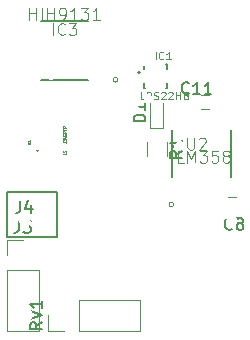
<source format=gto>
G04 #@! TF.FileFunction,Legend,Top*
%FSLAX46Y46*%
G04 Gerber Fmt 4.6, Leading zero omitted, Abs format (unit mm)*
G04 Created by KiCad (PCBNEW 4.0.7) date 02/03/18 21:49:53*
%MOMM*%
%LPD*%
G01*
G04 APERTURE LIST*
%ADD10C,0.100000*%
%ADD11C,0.120000*%
%ADD12C,0.127000*%
%ADD13C,0.200000*%
%ADD14C,0.150000*%
%ADD15C,0.050000*%
%ADD16C,0.381000*%
%ADD17R,0.300000X0.400000*%
%ADD18R,0.250000X0.400000*%
%ADD19R,0.400000X0.250000*%
%ADD20R,0.800000X0.600000*%
%ADD21R,0.400000X0.300000*%
%ADD22R,1.300000X0.700000*%
%ADD23R,1.970000X0.600000*%
%ADD24R,1.000000X1.250000*%
%ADD25R,0.800000X0.750000*%
%ADD26R,1.700000X1.700000*%
%ADD27O,1.700000X1.700000*%
%ADD28C,1.000000*%
%ADD29R,1.000000X1.000000*%
%ADD30R,0.600000X1.970000*%
%ADD31C,0.700000*%
G04 APERTURE END LIST*
D10*
X16403400Y-29453800D02*
G75*
G03X16403400Y-29453800I-100000J0D01*
G01*
D11*
X25820000Y-27590000D02*
X26960000Y-27590000D01*
X26960000Y-27590000D02*
X26960000Y-25490000D01*
X25820000Y-27590000D02*
X25820000Y-25490000D01*
D12*
X25400000Y-22200000D02*
X25300000Y-22200000D01*
X25300000Y-22200000D02*
X25300000Y-22600000D01*
X27200000Y-24200000D02*
X27300000Y-24200000D01*
X27300000Y-24200000D02*
X27300000Y-23800000D01*
X27300000Y-22200000D02*
X27300000Y-22600000D01*
X25400000Y-24200000D02*
X25300000Y-24200000D01*
X25300000Y-23800000D02*
X25300000Y-24200000D01*
X27300000Y-22200000D02*
X27200000Y-22200000D01*
D13*
X25000000Y-22900000D02*
G75*
G03X25000000Y-22900000I-100000J0D01*
G01*
D11*
X25553600Y-29985200D02*
X25553600Y-28785200D01*
X27313600Y-28785200D02*
X27313600Y-29985200D01*
D10*
X23105000Y-23525000D02*
G75*
G03X23105000Y-23525000I-200000J0D01*
G01*
D12*
X20590000Y-23510000D02*
X16590000Y-23510000D01*
X20590000Y-18510000D02*
X16590000Y-18510000D01*
D11*
X32463600Y-35115200D02*
X33463600Y-35115200D01*
X33463600Y-33415200D02*
X32463600Y-33415200D01*
X30813600Y-25965200D02*
X30113600Y-25965200D01*
X30113600Y-24765200D02*
X30813600Y-24765200D01*
X13733600Y-44775200D02*
X16393600Y-44775200D01*
X13733600Y-39635200D02*
X13733600Y-44775200D01*
X16393600Y-39635200D02*
X16393600Y-44775200D01*
X13733600Y-39635200D02*
X16393600Y-39635200D01*
X13733600Y-38365200D02*
X13733600Y-37035200D01*
X13733600Y-37035200D02*
X15063600Y-37035200D01*
D14*
X17963600Y-36835200D02*
X13713600Y-36835200D01*
X13713600Y-36835200D02*
X13713600Y-34295200D01*
X13713600Y-34295200D02*
X13713600Y-33025200D01*
X13713600Y-33025200D02*
X17963600Y-33025200D01*
X17963600Y-33025200D02*
X17963600Y-36835200D01*
D10*
X27848600Y-34080200D02*
G75*
G03X27848600Y-34080200I-200000J0D01*
G01*
D12*
X27663600Y-31765200D02*
X27663600Y-27765200D01*
X32663600Y-31765200D02*
X32663600Y-27765200D01*
D11*
X24973600Y-44795200D02*
X24973600Y-42135200D01*
X19833600Y-44795200D02*
X24973600Y-44795200D01*
X19833600Y-42135200D02*
X24973600Y-42135200D01*
X19833600Y-44795200D02*
X19833600Y-42135200D01*
X18563600Y-44795200D02*
X17233600Y-44795200D01*
X17233600Y-44795200D02*
X17233600Y-43465200D01*
D15*
X15463808Y-28980155D02*
X15658823Y-28980155D01*
X15681766Y-28968683D01*
X15693237Y-28957212D01*
X15704709Y-28934269D01*
X15704709Y-28888383D01*
X15693237Y-28865440D01*
X15681766Y-28853968D01*
X15658823Y-28842497D01*
X15463808Y-28842497D01*
X15704709Y-28601596D02*
X15704709Y-28739254D01*
X15704709Y-28670425D02*
X15463808Y-28670425D01*
X15498222Y-28693368D01*
X15521165Y-28716311D01*
X15532636Y-28739254D01*
X18713673Y-29719843D02*
X18713673Y-29834404D01*
X18473095Y-29834404D01*
X18702217Y-29651106D02*
X18713673Y-29616737D01*
X18713673Y-29559457D01*
X18702217Y-29536545D01*
X18690761Y-29525089D01*
X18667849Y-29513632D01*
X18644936Y-29513632D01*
X18622024Y-29525089D01*
X18610568Y-29536545D01*
X18599112Y-29559457D01*
X18587656Y-29605281D01*
X18576200Y-29628193D01*
X18564744Y-29639650D01*
X18541831Y-29651106D01*
X18518919Y-29651106D01*
X18496007Y-29639650D01*
X18484551Y-29628193D01*
X18473095Y-29605281D01*
X18473095Y-29548001D01*
X18484551Y-29513632D01*
X18713673Y-29410528D02*
X18473095Y-29410528D01*
X18644936Y-29330335D01*
X18473095Y-29250142D01*
X18713673Y-29250142D01*
X18473095Y-29158494D02*
X18473095Y-29009564D01*
X18564744Y-29089757D01*
X18564744Y-29055389D01*
X18576200Y-29032477D01*
X18587656Y-29021021D01*
X18610568Y-29009564D01*
X18667849Y-29009564D01*
X18690761Y-29021021D01*
X18702217Y-29032477D01*
X18713673Y-29055389D01*
X18713673Y-29124125D01*
X18702217Y-29147038D01*
X18690761Y-29158494D01*
X18473095Y-28860635D02*
X18473095Y-28837723D01*
X18484551Y-28814811D01*
X18496007Y-28803355D01*
X18518919Y-28791899D01*
X18564744Y-28780442D01*
X18622024Y-28780442D01*
X18667849Y-28791899D01*
X18690761Y-28803355D01*
X18702217Y-28814811D01*
X18713673Y-28837723D01*
X18713673Y-28860635D01*
X18702217Y-28883547D01*
X18690761Y-28895003D01*
X18667849Y-28906460D01*
X18622024Y-28917916D01*
X18564744Y-28917916D01*
X18518919Y-28906460D01*
X18496007Y-28895003D01*
X18484551Y-28883547D01*
X18473095Y-28860635D01*
X18473095Y-28700250D02*
X18473095Y-28551320D01*
X18564744Y-28631513D01*
X18564744Y-28597145D01*
X18576200Y-28574233D01*
X18587656Y-28562777D01*
X18610568Y-28551320D01*
X18667849Y-28551320D01*
X18690761Y-28562777D01*
X18702217Y-28574233D01*
X18713673Y-28597145D01*
X18713673Y-28665881D01*
X18702217Y-28688794D01*
X18690761Y-28700250D01*
X18644936Y-28459672D02*
X18644936Y-28345111D01*
X18713673Y-28482584D02*
X18473095Y-28402391D01*
X18713673Y-28322198D01*
X18484551Y-28115988D02*
X18473095Y-28138901D01*
X18473095Y-28173269D01*
X18484551Y-28207637D01*
X18507463Y-28230549D01*
X18530375Y-28242006D01*
X18576200Y-28253462D01*
X18610568Y-28253462D01*
X18656392Y-28242006D01*
X18679305Y-28230549D01*
X18702217Y-28207637D01*
X18713673Y-28173269D01*
X18713673Y-28150357D01*
X18702217Y-28115988D01*
X18690761Y-28104532D01*
X18610568Y-28104532D01*
X18610568Y-28150357D01*
X18713673Y-27863954D02*
X18599112Y-27944147D01*
X18713673Y-28001428D02*
X18473095Y-28001428D01*
X18473095Y-27909779D01*
X18484551Y-27886867D01*
X18496007Y-27875410D01*
X18518919Y-27863954D01*
X18553288Y-27863954D01*
X18576200Y-27875410D01*
X18587656Y-27886867D01*
X18599112Y-27909779D01*
X18599112Y-28001428D01*
X18473095Y-27795218D02*
X18473095Y-27657745D01*
X18713673Y-27726481D02*
X18473095Y-27726481D01*
X18713673Y-27440078D02*
X18599112Y-27520271D01*
X18713673Y-27577552D02*
X18473095Y-27577552D01*
X18473095Y-27485903D01*
X18484551Y-27462991D01*
X18496007Y-27451534D01*
X18518919Y-27440078D01*
X18553288Y-27440078D01*
X18576200Y-27451534D01*
X18587656Y-27462991D01*
X18599112Y-27485903D01*
X18599112Y-27577552D01*
D14*
X25442381Y-27028095D02*
X24442381Y-27028095D01*
X24442381Y-26790000D01*
X24490000Y-26647142D01*
X24585238Y-26551904D01*
X24680476Y-26504285D01*
X24870952Y-26456666D01*
X25013810Y-26456666D01*
X25204286Y-26504285D01*
X25299524Y-26551904D01*
X25394762Y-26647142D01*
X25442381Y-26790000D01*
X25442381Y-27028095D01*
X25442381Y-25504285D02*
X25442381Y-26075714D01*
X25442381Y-25790000D02*
X24442381Y-25790000D01*
X24585238Y-25885238D01*
X24680476Y-25980476D01*
X24728095Y-26075714D01*
D15*
X26300839Y-21778356D02*
X26300839Y-21136205D01*
X26973569Y-21717199D02*
X26942990Y-21747778D01*
X26851254Y-21778356D01*
X26790097Y-21778356D01*
X26698361Y-21747778D01*
X26637204Y-21686621D01*
X26606625Y-21625463D01*
X26576046Y-21503149D01*
X26576046Y-21411413D01*
X26606625Y-21289098D01*
X26637204Y-21227941D01*
X26698361Y-21166784D01*
X26790097Y-21136205D01*
X26851254Y-21136205D01*
X26942990Y-21166784D01*
X26973569Y-21197363D01*
X27585141Y-21778356D02*
X27218197Y-21778356D01*
X27401669Y-21778356D02*
X27401669Y-21136205D01*
X27340512Y-21227941D01*
X27279355Y-21289098D01*
X27218197Y-21319677D01*
X25344000Y-25170306D02*
X25038414Y-25170306D01*
X25038414Y-24528576D01*
X25557910Y-25170306D02*
X25557910Y-24528576D01*
X25802378Y-24528576D01*
X25863496Y-24559135D01*
X25894054Y-24589694D01*
X25924613Y-24650811D01*
X25924613Y-24742486D01*
X25894054Y-24803604D01*
X25863496Y-24834162D01*
X25802378Y-24864721D01*
X25557910Y-24864721D01*
X26169081Y-25139748D02*
X26260757Y-25170306D01*
X26413550Y-25170306D01*
X26474667Y-25139748D01*
X26505226Y-25109189D01*
X26535784Y-25048072D01*
X26535784Y-24986955D01*
X26505226Y-24925838D01*
X26474667Y-24895279D01*
X26413550Y-24864721D01*
X26291316Y-24834162D01*
X26230198Y-24803604D01*
X26199640Y-24773045D01*
X26169081Y-24711928D01*
X26169081Y-24650811D01*
X26199640Y-24589694D01*
X26230198Y-24559135D01*
X26291316Y-24528576D01*
X26444108Y-24528576D01*
X26535784Y-24559135D01*
X26780252Y-24589694D02*
X26810811Y-24559135D01*
X26871928Y-24528576D01*
X27024721Y-24528576D01*
X27085838Y-24559135D01*
X27116397Y-24589694D01*
X27146955Y-24650811D01*
X27146955Y-24711928D01*
X27116397Y-24803604D01*
X26749694Y-25170306D01*
X27146955Y-25170306D01*
X27391423Y-24589694D02*
X27421982Y-24559135D01*
X27483099Y-24528576D01*
X27635892Y-24528576D01*
X27697009Y-24559135D01*
X27727568Y-24589694D01*
X27758126Y-24650811D01*
X27758126Y-24711928D01*
X27727568Y-24803604D01*
X27360865Y-25170306D01*
X27758126Y-25170306D01*
X28033153Y-25170306D02*
X28033153Y-24528576D01*
X28033153Y-24834162D02*
X28399856Y-24834162D01*
X28399856Y-25170306D02*
X28399856Y-24528576D01*
X28919352Y-24834162D02*
X29011028Y-24864721D01*
X29041586Y-24895279D01*
X29072145Y-24956396D01*
X29072145Y-25048072D01*
X29041586Y-25109189D01*
X29011028Y-25139748D01*
X28949910Y-25170306D01*
X28705442Y-25170306D01*
X28705442Y-24528576D01*
X28919352Y-24528576D01*
X28980469Y-24559135D01*
X29011028Y-24589694D01*
X29041586Y-24650811D01*
X29041586Y-24711928D01*
X29011028Y-24773045D01*
X28980469Y-24803604D01*
X28919352Y-24834162D01*
X28705442Y-24834162D01*
D14*
X28535981Y-29551866D02*
X28059790Y-29885200D01*
X28535981Y-30123295D02*
X27535981Y-30123295D01*
X27535981Y-29742342D01*
X27583600Y-29647104D01*
X27631219Y-29599485D01*
X27726457Y-29551866D01*
X27869314Y-29551866D01*
X27964552Y-29599485D01*
X28012171Y-29647104D01*
X28059790Y-29742342D01*
X28059790Y-30123295D01*
X28535981Y-28599485D02*
X28535981Y-29170914D01*
X28535981Y-28885200D02*
X27535981Y-28885200D01*
X27678838Y-28980438D01*
X27774076Y-29075676D01*
X27821695Y-29170914D01*
D15*
X17587410Y-19717581D02*
X17587410Y-18717581D01*
X18635029Y-19622343D02*
X18587410Y-19669962D01*
X18444553Y-19717581D01*
X18349315Y-19717581D01*
X18206457Y-19669962D01*
X18111219Y-19574724D01*
X18063600Y-19479486D01*
X18015981Y-19289010D01*
X18015981Y-19146152D01*
X18063600Y-18955676D01*
X18111219Y-18860438D01*
X18206457Y-18765200D01*
X18349315Y-18717581D01*
X18444553Y-18717581D01*
X18587410Y-18765200D01*
X18635029Y-18812819D01*
X18968362Y-18717581D02*
X19587410Y-18717581D01*
X19254076Y-19098533D01*
X19396934Y-19098533D01*
X19492172Y-19146152D01*
X19539791Y-19193771D01*
X19587410Y-19289010D01*
X19587410Y-19527105D01*
X19539791Y-19622343D01*
X19492172Y-19669962D01*
X19396934Y-19717581D01*
X19111219Y-19717581D01*
X19015981Y-19669962D01*
X18968362Y-19622343D01*
X15611219Y-18417581D02*
X15611219Y-17417581D01*
X15611219Y-17893771D02*
X16182648Y-17893771D01*
X16182648Y-18417581D02*
X16182648Y-17417581D01*
X16658838Y-18417581D02*
X16658838Y-17417581D01*
X17135028Y-18417581D02*
X17135028Y-17417581D01*
X17135028Y-17893771D02*
X17706457Y-17893771D01*
X17706457Y-18417581D02*
X17706457Y-17417581D01*
X18230266Y-18417581D02*
X18420742Y-18417581D01*
X18515981Y-18369962D01*
X18563600Y-18322343D01*
X18658838Y-18179486D01*
X18706457Y-17989010D01*
X18706457Y-17608057D01*
X18658838Y-17512819D01*
X18611219Y-17465200D01*
X18515981Y-17417581D01*
X18325504Y-17417581D01*
X18230266Y-17465200D01*
X18182647Y-17512819D01*
X18135028Y-17608057D01*
X18135028Y-17846152D01*
X18182647Y-17941390D01*
X18230266Y-17989010D01*
X18325504Y-18036629D01*
X18515981Y-18036629D01*
X18611219Y-17989010D01*
X18658838Y-17941390D01*
X18706457Y-17846152D01*
X19658838Y-18417581D02*
X19087409Y-18417581D01*
X19373123Y-18417581D02*
X19373123Y-17417581D01*
X19277885Y-17560438D01*
X19182647Y-17655676D01*
X19087409Y-17703295D01*
X19992171Y-17417581D02*
X20611219Y-17417581D01*
X20277885Y-17798533D01*
X20420743Y-17798533D01*
X20515981Y-17846152D01*
X20563600Y-17893771D01*
X20611219Y-17989010D01*
X20611219Y-18227105D01*
X20563600Y-18322343D01*
X20515981Y-18369962D01*
X20420743Y-18417581D01*
X20135028Y-18417581D01*
X20039790Y-18369962D01*
X19992171Y-18322343D01*
X21563600Y-18417581D02*
X20992171Y-18417581D01*
X21277885Y-18417581D02*
X21277885Y-17417581D01*
X21182647Y-17560438D01*
X21087409Y-17655676D01*
X20992171Y-17703295D01*
D14*
X32796934Y-36122343D02*
X32749315Y-36169962D01*
X32606458Y-36217581D01*
X32511220Y-36217581D01*
X32368362Y-36169962D01*
X32273124Y-36074724D01*
X32225505Y-35979486D01*
X32177886Y-35789010D01*
X32177886Y-35646152D01*
X32225505Y-35455676D01*
X32273124Y-35360438D01*
X32368362Y-35265200D01*
X32511220Y-35217581D01*
X32606458Y-35217581D01*
X32749315Y-35265200D01*
X32796934Y-35312819D01*
X33368362Y-35646152D02*
X33273124Y-35598533D01*
X33225505Y-35550914D01*
X33177886Y-35455676D01*
X33177886Y-35408057D01*
X33225505Y-35312819D01*
X33273124Y-35265200D01*
X33368362Y-35217581D01*
X33558839Y-35217581D01*
X33654077Y-35265200D01*
X33701696Y-35312819D01*
X33749315Y-35408057D01*
X33749315Y-35455676D01*
X33701696Y-35550914D01*
X33654077Y-35598533D01*
X33558839Y-35646152D01*
X33368362Y-35646152D01*
X33273124Y-35693771D01*
X33225505Y-35741390D01*
X33177886Y-35836629D01*
X33177886Y-36027105D01*
X33225505Y-36122343D01*
X33273124Y-36169962D01*
X33368362Y-36217581D01*
X33558839Y-36217581D01*
X33654077Y-36169962D01*
X33701696Y-36122343D01*
X33749315Y-36027105D01*
X33749315Y-35836629D01*
X33701696Y-35741390D01*
X33654077Y-35693771D01*
X33558839Y-35646152D01*
X29120743Y-24622343D02*
X29073124Y-24669962D01*
X28930267Y-24717581D01*
X28835029Y-24717581D01*
X28692171Y-24669962D01*
X28596933Y-24574724D01*
X28549314Y-24479486D01*
X28501695Y-24289010D01*
X28501695Y-24146152D01*
X28549314Y-23955676D01*
X28596933Y-23860438D01*
X28692171Y-23765200D01*
X28835029Y-23717581D01*
X28930267Y-23717581D01*
X29073124Y-23765200D01*
X29120743Y-23812819D01*
X30073124Y-24717581D02*
X29501695Y-24717581D01*
X29787409Y-24717581D02*
X29787409Y-23717581D01*
X29692171Y-23860438D01*
X29596933Y-23955676D01*
X29501695Y-24003295D01*
X31025505Y-24717581D02*
X30454076Y-24717581D01*
X30739790Y-24717581D02*
X30739790Y-23717581D01*
X30644552Y-23860438D01*
X30549314Y-23955676D01*
X30454076Y-24003295D01*
X14730267Y-35487581D02*
X14730267Y-36201867D01*
X14682647Y-36344724D01*
X14587409Y-36439962D01*
X14444552Y-36487581D01*
X14349314Y-36487581D01*
X15111219Y-35487581D02*
X15730267Y-35487581D01*
X15396933Y-35868533D01*
X15539791Y-35868533D01*
X15635029Y-35916152D01*
X15682648Y-35963771D01*
X15730267Y-36059010D01*
X15730267Y-36297105D01*
X15682648Y-36392343D01*
X15635029Y-36439962D01*
X15539791Y-36487581D01*
X15254076Y-36487581D01*
X15158838Y-36439962D01*
X15111219Y-36392343D01*
X14860267Y-33747581D02*
X14860267Y-34461867D01*
X14812647Y-34604724D01*
X14717409Y-34699962D01*
X14574552Y-34747581D01*
X14479314Y-34747581D01*
X15765029Y-34080914D02*
X15765029Y-34747581D01*
X15526933Y-33699962D02*
X15288838Y-34414248D01*
X15907886Y-34414248D01*
D15*
X29001695Y-28417581D02*
X29001695Y-29227105D01*
X29049314Y-29322343D01*
X29096933Y-29369962D01*
X29192171Y-29417581D01*
X29382648Y-29417581D01*
X29477886Y-29369962D01*
X29525505Y-29322343D01*
X29573124Y-29227105D01*
X29573124Y-28417581D01*
X30001695Y-28512819D02*
X30049314Y-28465200D01*
X30144552Y-28417581D01*
X30382648Y-28417581D01*
X30477886Y-28465200D01*
X30525505Y-28512819D01*
X30573124Y-28608057D01*
X30573124Y-28703295D01*
X30525505Y-28846152D01*
X29954076Y-29417581D01*
X30573124Y-29417581D01*
X28673124Y-30517581D02*
X28196933Y-30517581D01*
X28196933Y-29517581D01*
X29006457Y-30517581D02*
X29006457Y-29517581D01*
X29339791Y-30231867D01*
X29673124Y-29517581D01*
X29673124Y-30517581D01*
X30054076Y-29517581D02*
X30673124Y-29517581D01*
X30339790Y-29898533D01*
X30482648Y-29898533D01*
X30577886Y-29946152D01*
X30625505Y-29993771D01*
X30673124Y-30089010D01*
X30673124Y-30327105D01*
X30625505Y-30422343D01*
X30577886Y-30469962D01*
X30482648Y-30517581D01*
X30196933Y-30517581D01*
X30101695Y-30469962D01*
X30054076Y-30422343D01*
X31577886Y-29517581D02*
X31101695Y-29517581D01*
X31054076Y-29993771D01*
X31101695Y-29946152D01*
X31196933Y-29898533D01*
X31435029Y-29898533D01*
X31530267Y-29946152D01*
X31577886Y-29993771D01*
X31625505Y-30089010D01*
X31625505Y-30327105D01*
X31577886Y-30422343D01*
X31530267Y-30469962D01*
X31435029Y-30517581D01*
X31196933Y-30517581D01*
X31101695Y-30469962D01*
X31054076Y-30422343D01*
X32196933Y-29946152D02*
X32101695Y-29898533D01*
X32054076Y-29850914D01*
X32006457Y-29755676D01*
X32006457Y-29708057D01*
X32054076Y-29612819D01*
X32101695Y-29565200D01*
X32196933Y-29517581D01*
X32387410Y-29517581D01*
X32482648Y-29565200D01*
X32530267Y-29612819D01*
X32577886Y-29708057D01*
X32577886Y-29755676D01*
X32530267Y-29850914D01*
X32482648Y-29898533D01*
X32387410Y-29946152D01*
X32196933Y-29946152D01*
X32101695Y-29993771D01*
X32054076Y-30041390D01*
X32006457Y-30136629D01*
X32006457Y-30327105D01*
X32054076Y-30422343D01*
X32101695Y-30469962D01*
X32196933Y-30517581D01*
X32387410Y-30517581D01*
X32482648Y-30469962D01*
X32530267Y-30422343D01*
X32577886Y-30327105D01*
X32577886Y-30136629D01*
X32530267Y-30041390D01*
X32482648Y-29993771D01*
X32387410Y-29946152D01*
D14*
X16685981Y-44060438D02*
X16209790Y-44393772D01*
X16685981Y-44631867D02*
X15685981Y-44631867D01*
X15685981Y-44250914D01*
X15733600Y-44155676D01*
X15781219Y-44108057D01*
X15876457Y-44060438D01*
X16019314Y-44060438D01*
X16114552Y-44108057D01*
X16162171Y-44155676D01*
X16209790Y-44250914D01*
X16209790Y-44631867D01*
X15685981Y-43774724D02*
X16685981Y-43441391D01*
X15685981Y-43108057D01*
X16685981Y-42250914D02*
X16685981Y-42822343D01*
X16685981Y-42536629D02*
X15685981Y-42536629D01*
X15828838Y-42631867D01*
X15924076Y-42727105D01*
X15971695Y-42822343D01*
%LPC*%
D16*
G36*
X16043400Y-29175040D02*
X16043400Y-28653800D01*
X16462744Y-28653800D01*
X16462744Y-29175040D01*
X16043400Y-29175040D01*
G37*
X16043400Y-29175040D02*
X16043400Y-28653800D01*
X16462744Y-28653800D01*
X16462744Y-29175040D01*
X16043400Y-29175040D01*
G36*
X16543400Y-29178280D02*
X16543400Y-28653800D01*
X16963224Y-28653800D01*
X16963224Y-29178280D01*
X16543400Y-29178280D01*
G37*
X16543400Y-29178280D02*
X16543400Y-28653800D01*
X16963224Y-28653800D01*
X16963224Y-29178280D01*
X16543400Y-29178280D01*
G36*
X17043400Y-29176700D02*
X17043400Y-28653800D01*
X17464710Y-28653800D01*
X17464710Y-29176700D01*
X17043400Y-29176700D01*
G37*
X17043400Y-29176700D02*
X17043400Y-28653800D01*
X17464710Y-28653800D01*
X17464710Y-29176700D01*
X17043400Y-29176700D01*
G36*
X17543400Y-29176340D02*
X17543400Y-28653800D01*
X17965783Y-28653800D01*
X17965783Y-29176340D01*
X17543400Y-29176340D01*
G37*
X17543400Y-29176340D02*
X17543400Y-28653800D01*
X17965783Y-28653800D01*
X17965783Y-29176340D01*
X17543400Y-29176340D01*
G36*
X16043400Y-27646369D02*
X16043400Y-27128800D01*
X16460800Y-27128800D01*
X16460800Y-27646369D01*
X16043400Y-27646369D01*
G37*
X16043400Y-27646369D02*
X16043400Y-27128800D01*
X16460800Y-27128800D01*
X16460800Y-27646369D01*
X16043400Y-27646369D01*
G36*
X16543400Y-27647917D02*
X16543400Y-27128800D01*
X16963330Y-27128800D01*
X16963330Y-27647917D01*
X16543400Y-27647917D01*
G37*
X16543400Y-27647917D02*
X16543400Y-27128800D01*
X16963330Y-27128800D01*
X16963330Y-27647917D01*
X16543400Y-27647917D01*
G36*
X17043400Y-27648057D02*
X17043400Y-27128800D01*
X17464077Y-27128800D01*
X17464077Y-27648057D01*
X17043400Y-27648057D01*
G37*
X17043400Y-27648057D02*
X17043400Y-27128800D01*
X17464077Y-27128800D01*
X17464077Y-27648057D01*
X17043400Y-27648057D01*
G36*
X17543400Y-27646965D02*
X17543400Y-27128800D01*
X17966889Y-27128800D01*
X17966889Y-27646965D01*
X17543400Y-27646965D01*
G37*
X17543400Y-27646965D02*
X17543400Y-27128800D01*
X17966889Y-27128800D01*
X17966889Y-27646965D01*
X17543400Y-27646965D01*
G36*
X15983400Y-28614697D02*
X15983400Y-28193800D01*
X16502425Y-28193800D01*
X16502425Y-28614697D01*
X15983400Y-28614697D01*
G37*
X15983400Y-28614697D02*
X15983400Y-28193800D01*
X16502425Y-28193800D01*
X16502425Y-28614697D01*
X15983400Y-28614697D01*
G36*
X15983400Y-28113704D02*
X15983400Y-27693800D01*
X16502199Y-27693800D01*
X16502199Y-28113704D01*
X15983400Y-28113704D01*
G37*
X15983400Y-28113704D02*
X15983400Y-27693800D01*
X16502199Y-27693800D01*
X16502199Y-28113704D01*
X15983400Y-28113704D01*
G36*
X17503400Y-28615456D02*
X17503400Y-28193800D01*
X18027070Y-28193800D01*
X18027070Y-28615456D01*
X17503400Y-28615456D01*
G37*
X17503400Y-28615456D02*
X17503400Y-28193800D01*
X18027070Y-28193800D01*
X18027070Y-28615456D01*
X17503400Y-28615456D01*
G36*
X17503400Y-28113636D02*
X17503400Y-27693800D01*
X18027590Y-27693800D01*
X18027590Y-28113636D01*
X17503400Y-28113636D01*
G37*
X17503400Y-28113636D02*
X17503400Y-27693800D01*
X18027590Y-27693800D01*
X18027590Y-28113636D01*
X17503400Y-28113636D01*
D17*
X16213400Y-28953800D03*
D18*
X16753400Y-28948800D03*
X17253400Y-28948800D03*
D17*
X17793400Y-28953800D03*
D19*
X17833400Y-28403800D03*
X17833400Y-27903800D03*
D17*
X17793400Y-27353800D03*
D18*
X17253400Y-27358800D03*
X16753400Y-27358800D03*
D17*
X16213400Y-27353800D03*
D19*
X16173400Y-27903800D03*
X16173400Y-28403800D03*
D20*
X26390000Y-27140000D03*
X26390000Y-25440000D03*
D17*
X25790000Y-24010000D03*
X26300000Y-24000000D03*
X26810000Y-24010000D03*
D21*
X27100000Y-22940000D03*
X27100000Y-23450000D03*
D17*
X26810000Y-22380000D03*
X26300000Y-22400000D03*
X25790000Y-22380000D03*
D21*
X25500000Y-23450000D03*
X25500000Y-22940000D03*
D22*
X26433600Y-28435200D03*
X26433600Y-30335200D03*
D23*
X21065000Y-22915000D03*
X21065000Y-21645000D03*
X21065000Y-20375000D03*
X21065000Y-19105000D03*
X16115000Y-19105000D03*
X16115000Y-20375000D03*
X16115000Y-21645000D03*
X16115000Y-22915000D03*
D24*
X33963600Y-34265200D03*
X31963600Y-34265200D03*
D25*
X31213600Y-25365200D03*
X29713600Y-25365200D03*
D26*
X15063600Y-38365200D03*
D27*
X15063600Y-40905200D03*
X15063600Y-43445200D03*
D28*
X16463600Y-35565200D03*
X15213600Y-35565200D03*
X31533600Y-36735200D03*
X32803600Y-35465200D03*
D29*
X30263600Y-35465200D03*
D30*
X28258600Y-32240200D03*
X29528600Y-32240200D03*
X30798600Y-32240200D03*
X32068600Y-32240200D03*
X32068600Y-27290200D03*
X30798600Y-27290200D03*
X29528600Y-27290200D03*
X28258600Y-27290200D03*
D26*
X18563600Y-43465200D03*
D27*
X21103600Y-43465200D03*
X23643600Y-43465200D03*
D31*
X25963600Y-21365200D03*
X19863600Y-34765200D03*
X23463600Y-37665200D03*
X26763600Y-32165200D03*
X25663600Y-25065200D03*
X15263600Y-25065200D03*
X17863600Y-25565200D03*
X22663600Y-22065200D03*
X33363600Y-33165200D03*
X18563600Y-29165200D03*
X21563600Y-23565200D03*
X20063600Y-29865200D03*
X16663600Y-29865200D03*
X22163600Y-28265200D03*
X19963600Y-27865200D03*
X25463600Y-30765200D03*
X14863600Y-28765200D03*
X23263600Y-28365200D03*
X22763600Y-20265200D03*
X23063600Y-25665200D03*
X15963600Y-26765200D03*
X17463600Y-23165200D03*
X25263600Y-21965200D03*
X25963600Y-32665200D03*
X24663600Y-26065200D03*
X24563600Y-38865200D03*
X28363600Y-29065200D03*
X31863600Y-25865200D03*
X28863600Y-25665200D03*
X27463600Y-36165200D03*
X29363600Y-30765200D03*
X31263600Y-28965200D03*
M02*

</source>
